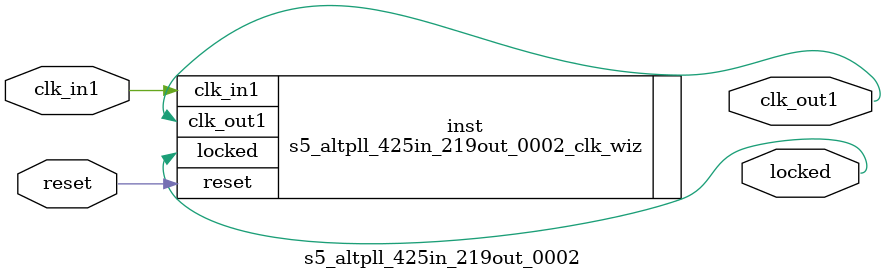
<source format=v>


`timescale 1ps/1ps

(* CORE_GENERATION_INFO = "s5_altpll_425in_219out_0002,clk_wiz_v5_4_2_0,{component_name=s5_altpll_425in_219out_0002,use_phase_alignment=false,use_min_o_jitter=false,use_max_i_jitter=false,use_dyn_phase_shift=false,use_inclk_switchover=false,use_dyn_reconfig=false,enable_axi=0,feedback_source=FDBK_AUTO,PRIMITIVE=PLL,num_out_clk=1,clkin1_period=2.353,clkin2_period=10.0,use_power_down=false,use_reset=true,use_locked=true,use_inclk_stopped=false,feedback_type=SINGLE,CLOCK_MGR_TYPE=NA,manual_override=false}" *)

module s5_altpll_425in_219out_0002 
 (
  // Clock out ports
  output        clk_out1,
  // Status and control signals
  input         reset,
  output        locked,
 // Clock in ports
  input         clk_in1
 );

  s5_altpll_425in_219out_0002_clk_wiz inst
  (
  // Clock out ports  
  .clk_out1(clk_out1),
  // Status and control signals               
  .reset(reset), 
  .locked(locked),
 // Clock in ports
  .clk_in1(clk_in1)
  );

endmodule

</source>
